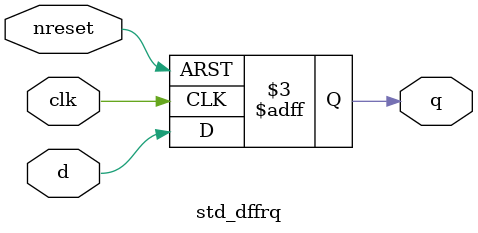
<source format=sv>

module std_dffrq #(parameter DW = 1) // array width
(
	input [DW-1:0] 	d,
	input [DW-1:0] 	clk,
	input [DW-1:0] 	nreset,
	output logic [DW-1:0] q
);

always_ff @(posedge clk, negedge nreset) begin
	if(!nreset) begin
		q <= 'b0;
	end else begin
		q <= d;
	end
end

endmodule

</source>
